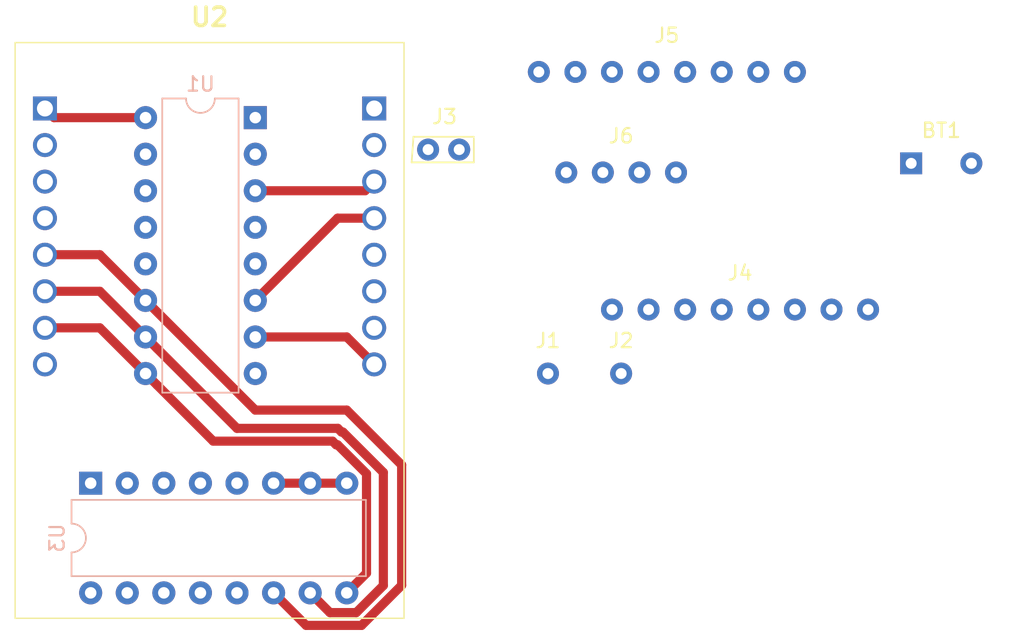
<source format=kicad_pcb>
(kicad_pcb (version 20171130) (host pcbnew "(5.1.4)-1")

  (general
    (thickness 1.6)
    (drawings 0)
    (tracks 40)
    (zones 0)
    (modules 10)
    (nets 30)
  )

  (page A4)
  (layers
    (0 F.Cu signal)
    (31 B.Cu signal)
    (32 B.Adhes user)
    (33 F.Adhes user)
    (34 B.Paste user)
    (35 F.Paste user)
    (36 B.SilkS user)
    (37 F.SilkS user)
    (38 B.Mask user)
    (39 F.Mask user)
    (40 Dwgs.User user)
    (41 Cmts.User user)
    (42 Eco1.User user)
    (43 Eco2.User user)
    (44 Edge.Cuts user)
    (45 Margin user)
    (46 B.CrtYd user)
    (47 F.CrtYd user)
    (48 B.Fab user)
    (49 F.Fab user)
  )

  (setup
    (last_trace_width 0.635)
    (trace_clearance 0.254)
    (zone_clearance 0.381)
    (zone_45_only no)
    (trace_min 0.381)
    (via_size 0.8)
    (via_drill 0.4)
    (via_min_size 0.635)
    (via_min_drill 0.3)
    (uvia_size 0.3)
    (uvia_drill 0.1)
    (uvias_allowed no)
    (uvia_min_size 0.2)
    (uvia_min_drill 0.1)
    (edge_width 0.05)
    (segment_width 0.2)
    (pcb_text_width 0.3)
    (pcb_text_size 1.5 1.5)
    (mod_edge_width 0.12)
    (mod_text_size 1 1)
    (mod_text_width 0.15)
    (pad_size 1.524 1.524)
    (pad_drill 0.762)
    (pad_to_mask_clearance 0.051)
    (solder_mask_min_width 0.25)
    (aux_axis_origin 0 0)
    (visible_elements 7FFFF7FF)
    (pcbplotparams
      (layerselection 0x010fc_ffffffff)
      (usegerberextensions false)
      (usegerberattributes false)
      (usegerberadvancedattributes false)
      (creategerberjobfile false)
      (excludeedgelayer true)
      (linewidth 0.100000)
      (plotframeref false)
      (viasonmask false)
      (mode 1)
      (useauxorigin false)
      (hpglpennumber 1)
      (hpglpenspeed 20)
      (hpglpendiameter 15.000000)
      (psnegative false)
      (psa4output false)
      (plotreference true)
      (plotvalue true)
      (plotinvisibletext false)
      (padsonsilk false)
      (subtractmaskfromsilk false)
      (outputformat 1)
      (mirror false)
      (drillshape 1)
      (scaleselection 1)
      (outputdirectory ""))
  )

  (net 0 "")
  (net 1 GND)
  (net 2 +3V3)
  (net 3 "Net-(J3-Pad1)")
  (net 4 "Net-(J4-Pad2)")
  (net 5 "Net-(J4-Pad1)")
  (net 6 "Net-(J5-Pad1)")
  (net 7 "Net-(J5-Pad2)")
  (net 8 "Net-(J5-Pad3)")
  (net 9 "Net-(J5-Pad8)")
  (net 10 "Net-(J5-Pad7)")
  (net 11 "Net-(J5-Pad6)")
  (net 12 "Net-(J5-Pad4)")
  (net 13 "Net-(J5-Pad5)")
  (net 14 +5V)
  (net 15 "Net-(J1-Pad1)")
  (net 16 "Net-(J3-Pad2)")
  (net 17 "Net-(J4-Pad3)")
  (net 18 "Net-(J4-Pad8)")
  (net 19 "Net-(J4-Pad7)")
  (net 20 "Net-(J4-Pad6)")
  (net 21 "Net-(J4-Pad4)")
  (net 22 "Net-(J4-Pad5)")
  (net 23 /displayCLA)
  (net 24 /displaySDA)
  (net 25 /selectC)
  (net 26 /selectB)
  (net 27 /selectA)
  (net 28 /echoSignal)
  (net 29 /enable)

  (net_class Default "This is the default net class."
    (clearance 0.254)
    (trace_width 0.635)
    (via_dia 0.8)
    (via_drill 0.4)
    (uvia_dia 0.3)
    (uvia_drill 0.1)
    (diff_pair_width 0.381)
    (diff_pair_gap 0.254)
    (add_net +3V3)
    (add_net +5V)
    (add_net /displayCLA)
    (add_net /displaySDA)
    (add_net /echoSignal)
    (add_net /enable)
    (add_net /selectA)
    (add_net /selectB)
    (add_net /selectC)
    (add_net GND)
    (add_net "Net-(J1-Pad1)")
    (add_net "Net-(J3-Pad1)")
    (add_net "Net-(J3-Pad2)")
    (add_net "Net-(J4-Pad1)")
    (add_net "Net-(J4-Pad2)")
    (add_net "Net-(J4-Pad3)")
    (add_net "Net-(J4-Pad4)")
    (add_net "Net-(J4-Pad5)")
    (add_net "Net-(J4-Pad6)")
    (add_net "Net-(J4-Pad7)")
    (add_net "Net-(J4-Pad8)")
    (add_net "Net-(J5-Pad1)")
    (add_net "Net-(J5-Pad2)")
    (add_net "Net-(J5-Pad3)")
    (add_net "Net-(J5-Pad4)")
    (add_net "Net-(J5-Pad5)")
    (add_net "Net-(J5-Pad6)")
    (add_net "Net-(J5-Pad7)")
    (add_net "Net-(J5-Pad8)")
    (add_net "Net-(U2-Pad13)")
  )

  (module Package_DIP:DIP-16_W7.62mm (layer B.Cu) (tedit 5A02E8C5) (tstamp 5E5A3150)
    (at 85.725 95.885 270)
    (descr "16-lead though-hole mounted DIP package, row spacing 7.62 mm (300 mils)")
    (tags "THT DIP DIL PDIP 2.54mm 7.62mm 300mil")
    (path /5E5EBB8C)
    (fp_text reference U3 (at 3.81 2.33 270) (layer B.SilkS)
      (effects (font (size 1 1) (thickness 0.15)) (justify mirror))
    )
    (fp_text value CD4051B (at 3.81 -20.11 270) (layer B.Fab)
      (effects (font (size 1 1) (thickness 0.15)) (justify mirror))
    )
    (fp_text user %R (at 3.81 -8.89 270) (layer B.Fab)
      (effects (font (size 1 1) (thickness 0.15)) (justify mirror))
    )
    (fp_line (start 8.7 1.55) (end -1.1 1.55) (layer B.CrtYd) (width 0.05))
    (fp_line (start 8.7 -19.3) (end 8.7 1.55) (layer B.CrtYd) (width 0.05))
    (fp_line (start -1.1 -19.3) (end 8.7 -19.3) (layer B.CrtYd) (width 0.05))
    (fp_line (start -1.1 1.55) (end -1.1 -19.3) (layer B.CrtYd) (width 0.05))
    (fp_line (start 6.46 1.33) (end 4.81 1.33) (layer B.SilkS) (width 0.12))
    (fp_line (start 6.46 -19.11) (end 6.46 1.33) (layer B.SilkS) (width 0.12))
    (fp_line (start 1.16 -19.11) (end 6.46 -19.11) (layer B.SilkS) (width 0.12))
    (fp_line (start 1.16 1.33) (end 1.16 -19.11) (layer B.SilkS) (width 0.12))
    (fp_line (start 2.81 1.33) (end 1.16 1.33) (layer B.SilkS) (width 0.12))
    (fp_line (start 0.635 0.27) (end 1.635 1.27) (layer B.Fab) (width 0.1))
    (fp_line (start 0.635 -19.05) (end 0.635 0.27) (layer B.Fab) (width 0.1))
    (fp_line (start 6.985 -19.05) (end 0.635 -19.05) (layer B.Fab) (width 0.1))
    (fp_line (start 6.985 1.27) (end 6.985 -19.05) (layer B.Fab) (width 0.1))
    (fp_line (start 1.635 1.27) (end 6.985 1.27) (layer B.Fab) (width 0.1))
    (fp_arc (start 3.81 1.33) (end 2.81 1.33) (angle 180) (layer B.SilkS) (width 0.12))
    (pad 16 thru_hole oval (at 7.62 0 270) (size 1.6 1.6) (drill 0.8) (layers *.Cu *.Mask)
      (net 14 +5V))
    (pad 8 thru_hole oval (at 0 -17.78 270) (size 1.6 1.6) (drill 0.8) (layers *.Cu *.Mask)
      (net 1 GND))
    (pad 15 thru_hole oval (at 7.62 -2.54 270) (size 1.6 1.6) (drill 0.8) (layers *.Cu *.Mask)
      (net 8 "Net-(J5-Pad3)"))
    (pad 7 thru_hole oval (at 0 -15.24 270) (size 1.6 1.6) (drill 0.8) (layers *.Cu *.Mask)
      (net 1 GND))
    (pad 14 thru_hole oval (at 7.62 -5.08 270) (size 1.6 1.6) (drill 0.8) (layers *.Cu *.Mask)
      (net 7 "Net-(J5-Pad2)"))
    (pad 6 thru_hole oval (at 0 -12.7 270) (size 1.6 1.6) (drill 0.8) (layers *.Cu *.Mask)
      (net 1 GND))
    (pad 13 thru_hole oval (at 7.62 -7.62 270) (size 1.6 1.6) (drill 0.8) (layers *.Cu *.Mask)
      (net 6 "Net-(J5-Pad1)"))
    (pad 5 thru_hole oval (at 0 -10.16 270) (size 1.6 1.6) (drill 0.8) (layers *.Cu *.Mask)
      (net 11 "Net-(J5-Pad6)"))
    (pad 12 thru_hole oval (at 7.62 -10.16 270) (size 1.6 1.6) (drill 0.8) (layers *.Cu *.Mask)
      (net 12 "Net-(J5-Pad4)"))
    (pad 4 thru_hole oval (at 0 -7.62 270) (size 1.6 1.6) (drill 0.8) (layers *.Cu *.Mask)
      (net 9 "Net-(J5-Pad8)"))
    (pad 11 thru_hole oval (at 7.62 -12.7 270) (size 1.6 1.6) (drill 0.8) (layers *.Cu *.Mask)
      (net 27 /selectA))
    (pad 3 thru_hole oval (at 0 -5.08 270) (size 1.6 1.6) (drill 0.8) (layers *.Cu *.Mask)
      (net 28 /echoSignal))
    (pad 10 thru_hole oval (at 7.62 -15.24 270) (size 1.6 1.6) (drill 0.8) (layers *.Cu *.Mask)
      (net 26 /selectB))
    (pad 2 thru_hole oval (at 0 -2.54 270) (size 1.6 1.6) (drill 0.8) (layers *.Cu *.Mask)
      (net 10 "Net-(J5-Pad7)"))
    (pad 9 thru_hole oval (at 7.62 -17.78 270) (size 1.6 1.6) (drill 0.8) (layers *.Cu *.Mask)
      (net 25 /selectC))
    (pad 1 thru_hole rect (at 0 0 270) (size 1.6 1.6) (drill 0.8) (layers *.Cu *.Mask)
      (net 13 "Net-(J5-Pad5)"))
    (model ${KISYS3DMOD}/Package_DIP.3dshapes/DIP-16_W7.62mm.wrl
      (at (xyz 0 0 0))
      (scale (xyz 1 1 1))
      (rotate (xyz 0 0 0))
    )
  )

  (module "PCB Design:conn_01x02" (layer F.Cu) (tedit 5E4A34F3) (tstamp 5E5A3B46)
    (at 110.296001 72.704001)
    (path /5E5D3631)
    (fp_text reference J3 (at 0 -2.286) (layer F.SilkS)
      (effects (font (size 1 1) (thickness 0.15)))
    )
    (fp_text value RX/TX (at 0 2.2225) (layer F.Fab)
      (effects (font (size 1 1) (thickness 0.15)))
    )
    (fp_line (start 2.032 0.889) (end 2.032 -0.762) (layer F.SilkS) (width 0.12))
    (fp_line (start -2.286 0.889) (end 2.032 0.889) (layer F.SilkS) (width 0.12))
    (fp_line (start -2.159 -0.889) (end -2.286 0.889) (layer F.SilkS) (width 0.12))
    (fp_line (start 2.032 -0.889) (end -2.159 -0.889) (layer F.SilkS) (width 0.12))
    (pad 2 thru_hole circle (at 1.016 0) (size 1.524 1.524) (drill 0.762) (layers *.Cu *.Mask)
      (net 16 "Net-(J3-Pad2)"))
    (pad 1 thru_hole circle (at -1.143 0) (size 1.524 1.524) (drill 0.762) (layers *.Cu *.Mask)
      (net 3 "Net-(J3-Pad1)"))
  )

  (module "PCB Design:conn_01x01" (layer F.Cu) (tedit 5E49D133) (tstamp 5E5A30A9)
    (at 117.475 88.265)
    (path /5E5D3625)
    (fp_text reference J1 (at 0 -2.286) (layer F.SilkS)
      (effects (font (size 1 1) (thickness 0.15)))
    )
    (fp_text value DHT11 (at 0 2.2225) (layer F.Fab)
      (effects (font (size 1 1) (thickness 0.15)))
    )
    (fp_line (start 1.016 1.016) (end 1.016 -1.016) (layer F.Fab) (width 0.12))
    (fp_line (start -1.016 1.016) (end 1.016 1.016) (layer F.Fab) (width 0.12))
    (fp_line (start -1.016 -1.016) (end -1.016 1.016) (layer F.Fab) (width 0.12))
    (fp_line (start 1.016 -1.016) (end -1.016 -1.016) (layer F.Fab) (width 0.12))
    (pad 1 thru_hole circle (at 0 0) (size 1.524 1.524) (drill 0.762) (layers *.Cu *.Mask)
      (net 15 "Net-(J1-Pad1)"))
  )

  (module "PCB Design:conn_01x01" (layer F.Cu) (tedit 5E49D133) (tstamp 5E5A30B2)
    (at 122.555 88.265)
    (path /5E5D3644)
    (fp_text reference J2 (at 0 -2.286) (layer F.SilkS)
      (effects (font (size 1 1) (thickness 0.15)))
    )
    (fp_text value "3..3V Out" (at 0 2.2225) (layer F.Fab)
      (effects (font (size 1 1) (thickness 0.15)))
    )
    (fp_line (start 1.016 1.016) (end 1.016 -1.016) (layer F.Fab) (width 0.12))
    (fp_line (start -1.016 1.016) (end 1.016 1.016) (layer F.Fab) (width 0.12))
    (fp_line (start -1.016 -1.016) (end -1.016 1.016) (layer F.Fab) (width 0.12))
    (fp_line (start 1.016 -1.016) (end -1.016 -1.016) (layer F.Fab) (width 0.12))
    (pad 1 thru_hole circle (at 0 0) (size 1.524 1.524) (drill 0.762) (layers *.Cu *.Mask)
      (net 2 +3V3))
  )

  (module "PCB Design:conn_01x08" (layer F.Cu) (tedit 5E4A13B9) (tstamp 5E5A32E1)
    (at 130.81 83.82)
    (path /5E5D366A)
    (fp_text reference J4 (at 0 -2.54) (layer F.SilkS)
      (effects (font (size 1 1) (thickness 0.15)))
    )
    (fp_text value TrigSendPins (at 0 2.54) (layer F.Fab)
      (effects (font (size 1 1) (thickness 0.15)))
    )
    (fp_line (start 10.16 1.27) (end 10.16 -1.27) (layer F.Fab) (width 0.12))
    (fp_line (start -10.16 1.27) (end 10.16 1.27) (layer F.Fab) (width 0.12))
    (fp_line (start -10.16 -1.27) (end -10.16 1.27) (layer F.Fab) (width 0.12))
    (fp_line (start 10.16 -1.27) (end -10.16 -1.27) (layer F.Fab) (width 0.12))
    (pad 1 thru_hole circle (at -8.89 0) (size 1.524 1.524) (drill 0.762) (layers *.Cu *.Mask)
      (net 5 "Net-(J4-Pad1)"))
    (pad 2 thru_hole circle (at -6.35 0) (size 1.524 1.524) (drill 0.762) (layers *.Cu *.Mask)
      (net 4 "Net-(J4-Pad2)"))
    (pad 3 thru_hole circle (at -3.81 0) (size 1.524 1.524) (drill 0.762) (layers *.Cu *.Mask)
      (net 17 "Net-(J4-Pad3)"))
    (pad 8 thru_hole circle (at 8.89 0) (size 1.524 1.524) (drill 0.762) (layers *.Cu *.Mask)
      (net 18 "Net-(J4-Pad8)"))
    (pad 7 thru_hole circle (at 6.35 0) (size 1.524 1.524) (drill 0.762) (layers *.Cu *.Mask)
      (net 19 "Net-(J4-Pad7)"))
    (pad 6 thru_hole circle (at 3.81 0) (size 1.524 1.524) (drill 0.762) (layers *.Cu *.Mask)
      (net 20 "Net-(J4-Pad6)"))
    (pad 4 thru_hole circle (at -1.27 0) (size 1.524 1.524) (drill 0.762) (layers *.Cu *.Mask)
      (net 21 "Net-(J4-Pad4)"))
    (pad 5 thru_hole circle (at 1.27 0) (size 1.524 1.524) (drill 0.762) (layers *.Cu *.Mask)
      (net 22 "Net-(J4-Pad5)"))
  )

  (module "PCB Design:ESP32CAM" (layer F.Cu) (tedit 5E4A1CA7) (tstamp 5E5A312C)
    (at 93.98 83.82)
    (descr ESP32-CAM-2)
    (tags "Integrated Circuit")
    (path /5E5D364B)
    (fp_text reference U2 (at 0 -20.32) (layer F.SilkS)
      (effects (font (size 1.27 1.27) (thickness 0.254)))
    )
    (fp_text value ESP32-CAM (at 0 24.13) (layer F.SilkS) hide
      (effects (font (size 1.27 1.27) (thickness 0.254)))
    )
    (fp_line (start -13.5 21.45) (end 13.5 21.45) (layer F.Fab) (width 0.2))
    (fp_line (start 13.5 21.45) (end 13.5 -18.55) (layer F.Fab) (width 0.2))
    (fp_line (start 13.5 -18.55) (end -13.5 -18.55) (layer F.Fab) (width 0.2))
    (fp_line (start -13.5 -18.55) (end -13.5 21.45) (layer F.Fab) (width 0.2))
    (fp_line (start -13.5 21.45) (end 13.5 21.45) (layer F.SilkS) (width 0.1))
    (fp_line (start 13.5 21.45) (end 13.5 -18.55) (layer F.SilkS) (width 0.1))
    (fp_line (start 13.5 -18.55) (end -13.5 -18.55) (layer F.SilkS) (width 0.1))
    (fp_line (start -13.5 -18.55) (end -13.5 21.45) (layer F.SilkS) (width 0.1))
    (fp_line (start -14.5 22.45) (end 14.5 22.45) (layer F.CrtYd) (width 0.1))
    (fp_line (start 14.5 22.45) (end 14.5 -19.55) (layer F.CrtYd) (width 0.1))
    (fp_line (start 14.5 -19.55) (end -14.5 -19.55) (layer F.CrtYd) (width 0.1))
    (fp_line (start -14.5 -19.55) (end -14.5 22.45) (layer F.CrtYd) (width 0.1))
    (pad 1 thru_hole circle (at -11.43 3.81) (size 1.665 1.665) (drill 1.11) (layers *.Cu *.Mask)
      (net 15 "Net-(J1-Pad1)"))
    (pad 2 thru_hole circle (at -11.43 1.27) (size 1.665 1.665) (drill 1.11) (layers *.Cu *.Mask)
      (net 25 /selectC))
    (pad 3 thru_hole circle (at -11.43 -1.27) (size 1.665 1.665) (drill 1.11) (layers *.Cu *.Mask)
      (net 26 /selectB))
    (pad 4 thru_hole circle (at -11.43 -3.81) (size 1.665 1.665) (drill 1.11) (layers *.Cu *.Mask)
      (net 27 /selectA))
    (pad 5 thru_hole circle (at -11.43 -6.35) (size 1.665 1.665) (drill 1.11) (layers *.Cu *.Mask)
      (net 24 /displaySDA))
    (pad 6 thru_hole circle (at -11.43 -8.89) (size 1.665 1.665) (drill 1.11) (layers *.Cu *.Mask)
      (net 23 /displayCLA))
    (pad 7 thru_hole circle (at -11.43 -11.43) (size 1.665 1.665) (drill 1.11) (layers *.Cu *.Mask)
      (net 1 GND))
    (pad 8 thru_hole rect (at -11.43 -13.97) (size 1.665 1.665) (drill 1.11) (layers *.Cu *.Mask)
      (net 14 +5V))
    (pad 9 thru_hole rect (at 11.43 -13.97) (size 1.665 1.665) (drill 1.11) (layers *.Cu *.Mask)
      (net 2 +3V3))
    (pad 10 thru_hole circle (at 11.43 -11.43) (size 1.665 1.665) (drill 1.11) (layers *.Cu *.Mask)
      (net 28 /echoSignal))
    (pad 11 thru_hole circle (at 11.43 -8.89) (size 1.665 1.665) (drill 1.11) (layers *.Cu *.Mask)
      (net 29 /enable))
    (pad 12 thru_hole circle (at 11.43 -6.35) (size 1.665 1.665) (drill 1.11) (layers *.Cu *.Mask)
      (net 1 GND))
    (pad 13 thru_hole circle (at 11.43 -3.81) (size 1.665 1.665) (drill 1.11) (layers *.Cu *.Mask))
    (pad 14 thru_hole circle (at 11.43 -1.27) (size 1.665 1.665) (drill 1.11) (layers *.Cu *.Mask)
      (net 3 "Net-(J3-Pad1)"))
    (pad 15 thru_hole circle (at 11.43 1.27) (size 1.665 1.665) (drill 1.11) (layers *.Cu *.Mask)
      (net 16 "Net-(J3-Pad2)"))
    (pad 16 thru_hole circle (at 11.43 3.81) (size 1.665 1.665) (drill 1.11) (layers *.Cu *.Mask)
      (net 1 GND))
    (model ESP32-CAM.stp
      (at (xyz 0 0 0))
      (scale (xyz 1 1 1))
      (rotate (xyz 0 0 0))
    )
  )

  (module Package_DIP:DIP-16_W7.62mm (layer B.Cu) (tedit 5A02E8C5) (tstamp 5E5A310C)
    (at 97.155 70.485 180)
    (descr "16-lead though-hole mounted DIP package, row spacing 7.62 mm (300 mils)")
    (tags "THT DIP DIL PDIP 2.54mm 7.62mm 300mil")
    (path /5E5E0105)
    (fp_text reference U1 (at 3.81 2.33) (layer B.SilkS)
      (effects (font (size 1 1) (thickness 0.15)) (justify mirror))
    )
    (fp_text value CD4051B (at 3.81 -20.11) (layer B.Fab)
      (effects (font (size 1 1) (thickness 0.15)) (justify mirror))
    )
    (fp_text user %R (at 3.81 -8.89) (layer B.Fab)
      (effects (font (size 1 1) (thickness 0.15)) (justify mirror))
    )
    (fp_line (start 8.7 1.55) (end -1.1 1.55) (layer B.CrtYd) (width 0.05))
    (fp_line (start 8.7 -19.3) (end 8.7 1.55) (layer B.CrtYd) (width 0.05))
    (fp_line (start -1.1 -19.3) (end 8.7 -19.3) (layer B.CrtYd) (width 0.05))
    (fp_line (start -1.1 1.55) (end -1.1 -19.3) (layer B.CrtYd) (width 0.05))
    (fp_line (start 6.46 1.33) (end 4.81 1.33) (layer B.SilkS) (width 0.12))
    (fp_line (start 6.46 -19.11) (end 6.46 1.33) (layer B.SilkS) (width 0.12))
    (fp_line (start 1.16 -19.11) (end 6.46 -19.11) (layer B.SilkS) (width 0.12))
    (fp_line (start 1.16 1.33) (end 1.16 -19.11) (layer B.SilkS) (width 0.12))
    (fp_line (start 2.81 1.33) (end 1.16 1.33) (layer B.SilkS) (width 0.12))
    (fp_line (start 0.635 0.27) (end 1.635 1.27) (layer B.Fab) (width 0.1))
    (fp_line (start 0.635 -19.05) (end 0.635 0.27) (layer B.Fab) (width 0.1))
    (fp_line (start 6.985 -19.05) (end 0.635 -19.05) (layer B.Fab) (width 0.1))
    (fp_line (start 6.985 1.27) (end 6.985 -19.05) (layer B.Fab) (width 0.1))
    (fp_line (start 1.635 1.27) (end 6.985 1.27) (layer B.Fab) (width 0.1))
    (fp_arc (start 3.81 1.33) (end 2.81 1.33) (angle 180) (layer B.SilkS) (width 0.12))
    (pad 16 thru_hole oval (at 7.62 0 180) (size 1.6 1.6) (drill 0.8) (layers *.Cu *.Mask)
      (net 14 +5V))
    (pad 8 thru_hole oval (at 0 -17.78 180) (size 1.6 1.6) (drill 0.8) (layers *.Cu *.Mask)
      (net 1 GND))
    (pad 15 thru_hole oval (at 7.62 -2.54 180) (size 1.6 1.6) (drill 0.8) (layers *.Cu *.Mask)
      (net 17 "Net-(J4-Pad3)"))
    (pad 7 thru_hole oval (at 0 -15.24 180) (size 1.6 1.6) (drill 0.8) (layers *.Cu *.Mask)
      (net 1 GND))
    (pad 14 thru_hole oval (at 7.62 -5.08 180) (size 1.6 1.6) (drill 0.8) (layers *.Cu *.Mask)
      (net 4 "Net-(J4-Pad2)"))
    (pad 6 thru_hole oval (at 0 -12.7 180) (size 1.6 1.6) (drill 0.8) (layers *.Cu *.Mask)
      (net 1 GND))
    (pad 13 thru_hole oval (at 7.62 -7.62 180) (size 1.6 1.6) (drill 0.8) (layers *.Cu *.Mask)
      (net 5 "Net-(J4-Pad1)"))
    (pad 5 thru_hole oval (at 0 -10.16 180) (size 1.6 1.6) (drill 0.8) (layers *.Cu *.Mask)
      (net 20 "Net-(J4-Pad6)"))
    (pad 12 thru_hole oval (at 7.62 -10.16 180) (size 1.6 1.6) (drill 0.8) (layers *.Cu *.Mask)
      (net 21 "Net-(J4-Pad4)"))
    (pad 4 thru_hole oval (at 0 -7.62 180) (size 1.6 1.6) (drill 0.8) (layers *.Cu *.Mask)
      (net 18 "Net-(J4-Pad8)"))
    (pad 11 thru_hole oval (at 7.62 -12.7 180) (size 1.6 1.6) (drill 0.8) (layers *.Cu *.Mask)
      (net 27 /selectA))
    (pad 3 thru_hole oval (at 0 -5.08 180) (size 1.6 1.6) (drill 0.8) (layers *.Cu *.Mask)
      (net 29 /enable))
    (pad 10 thru_hole oval (at 7.62 -15.24 180) (size 1.6 1.6) (drill 0.8) (layers *.Cu *.Mask)
      (net 26 /selectB))
    (pad 2 thru_hole oval (at 0 -2.54 180) (size 1.6 1.6) (drill 0.8) (layers *.Cu *.Mask)
      (net 19 "Net-(J4-Pad7)"))
    (pad 9 thru_hole oval (at 7.62 -17.78 180) (size 1.6 1.6) (drill 0.8) (layers *.Cu *.Mask)
      (net 25 /selectC))
    (pad 1 thru_hole rect (at 0 0 180) (size 1.6 1.6) (drill 0.8) (layers *.Cu *.Mask)
      (net 22 "Net-(J4-Pad5)"))
    (model ${KISYS3DMOD}/Package_DIP.3dshapes/DIP-16_W7.62mm.wrl
      (at (xyz 0 0 0))
      (scale (xyz 1 1 1))
      (rotate (xyz 0 0 0))
    )
  )

  (module "PCB Design:conn_01x04" (layer F.Cu) (tedit 5E4A16BC) (tstamp 5E5A40BC)
    (at 122.555 74.295)
    (path /5E5D3657)
    (fp_text reference J6 (at 0 -2.54) (layer F.SilkS)
      (effects (font (size 1 1) (thickness 0.15)))
    )
    (fp_text value Conn_01x04 (at 0 2.54) (layer F.Fab)
      (effects (font (size 1 1) (thickness 0.15)))
    )
    (fp_line (start 5.08 1.27) (end 5.08 -1.27) (layer F.Fab) (width 0.12))
    (fp_line (start -5.08 1.27) (end 5.08 1.27) (layer F.Fab) (width 0.12))
    (fp_line (start -5.08 -1.27) (end -5.08 1.27) (layer F.Fab) (width 0.12))
    (fp_line (start 5.08 -1.27) (end -5.08 -1.27) (layer F.Fab) (width 0.12))
    (pad 1 thru_hole circle (at -3.81 0) (size 1.524 1.524) (drill 0.762) (layers *.Cu *.Mask)
      (net 14 +5V))
    (pad 2 thru_hole circle (at -1.27 0) (size 1.524 1.524) (drill 0.762) (layers *.Cu *.Mask)
      (net 1 GND))
    (pad 3 thru_hole circle (at 1.27 0) (size 1.524 1.524) (drill 0.762) (layers *.Cu *.Mask)
      (net 23 /displayCLA))
    (pad 4 thru_hole circle (at 3.81 0) (size 1.524 1.524) (drill 0.762) (layers *.Cu *.Mask)
      (net 24 /displaySDA))
  )

  (module "PCB Design:conn_01x08" (layer F.Cu) (tedit 5E4A13B9) (tstamp 5E5A30DC)
    (at 125.73 67.31)
    (path /5E5D363E)
    (fp_text reference J5 (at 0 -2.54) (layer F.SilkS)
      (effects (font (size 1 1) (thickness 0.15)))
    )
    (fp_text value EchoReturnPins (at 0 2.54) (layer F.Fab)
      (effects (font (size 1 1) (thickness 0.15)))
    )
    (fp_line (start 10.16 1.27) (end 10.16 -1.27) (layer F.Fab) (width 0.12))
    (fp_line (start -10.16 1.27) (end 10.16 1.27) (layer F.Fab) (width 0.12))
    (fp_line (start -10.16 -1.27) (end -10.16 1.27) (layer F.Fab) (width 0.12))
    (fp_line (start 10.16 -1.27) (end -10.16 -1.27) (layer F.Fab) (width 0.12))
    (pad 1 thru_hole circle (at -8.89 0) (size 1.524 1.524) (drill 0.762) (layers *.Cu *.Mask)
      (net 6 "Net-(J5-Pad1)"))
    (pad 2 thru_hole circle (at -6.35 0) (size 1.524 1.524) (drill 0.762) (layers *.Cu *.Mask)
      (net 7 "Net-(J5-Pad2)"))
    (pad 3 thru_hole circle (at -3.81 0) (size 1.524 1.524) (drill 0.762) (layers *.Cu *.Mask)
      (net 8 "Net-(J5-Pad3)"))
    (pad 8 thru_hole circle (at 8.89 0) (size 1.524 1.524) (drill 0.762) (layers *.Cu *.Mask)
      (net 9 "Net-(J5-Pad8)"))
    (pad 7 thru_hole circle (at 6.35 0) (size 1.524 1.524) (drill 0.762) (layers *.Cu *.Mask)
      (net 10 "Net-(J5-Pad7)"))
    (pad 6 thru_hole circle (at 3.81 0) (size 1.524 1.524) (drill 0.762) (layers *.Cu *.Mask)
      (net 11 "Net-(J5-Pad6)"))
    (pad 4 thru_hole circle (at -1.27 0) (size 1.524 1.524) (drill 0.762) (layers *.Cu *.Mask)
      (net 12 "Net-(J5-Pad4)"))
    (pad 5 thru_hole circle (at 1.27 0) (size 1.524 1.524) (drill 0.762) (layers *.Cu *.Mask)
      (net 13 "Net-(J5-Pad5)"))
  )

  (module "PCB Design:conn_01x02_battery" (layer F.Cu) (tedit 5E49CE96) (tstamp 5E5A30A0)
    (at 144.78 73.66)
    (path /5E504F4C)
    (fp_text reference BT1 (at 0 -2.286) (layer F.SilkS)
      (effects (font (size 1 1) (thickness 0.15)))
    )
    (fp_text value Battery (at 0 2.2225) (layer F.Fab)
      (effects (font (size 1 1) (thickness 0.15)))
    )
    (fp_text user - (at 5.0165 -0.0635) (layer F.Fab)
      (effects (font (size 1 1) (thickness 0.15)))
    )
    (fp_text user + (at -4.826 -0.0635) (layer F.Fab)
      (effects (font (size 1 1) (thickness 0.15)))
    )
    (fp_line (start 3.81 1.27) (end 3.81 -1.27) (layer B.Fab) (width 0.12))
    (fp_line (start -3.81 1.27) (end 3.81 1.27) (layer B.Fab) (width 0.12))
    (fp_line (start -3.81 -1.27) (end -3.81 1.27) (layer B.Fab) (width 0.12))
    (fp_line (start 3.81 -1.27) (end -3.81 -1.27) (layer B.Fab) (width 0.12))
    (pad 2 thru_hole circle (at 2.09 0) (size 1.524 1.524) (drill 0.762) (layers *.Cu *.Mask)
      (net 1 GND))
    (pad 1 thru_hole rect (at -2.09 0) (size 1.524 1.524) (drill 0.762) (layers *.Cu *.Mask)
      (net 14 +5V))
  )

  (segment (start 102.87 77.47) (end 105.41 77.47) (width 0.635) (layer F.Cu) (net 1))
  (segment (start 97.155 83.185) (end 102.87 77.47) (width 0.635) (layer F.Cu) (net 1))
  (segment (start 103.505 85.725) (end 105.41 87.63) (width 0.635) (layer F.Cu) (net 1))
  (segment (start 97.155 85.725) (end 103.505 85.725) (width 0.635) (layer F.Cu) (net 1))
  (segment (start 103.505 95.885) (end 98.425 95.885) (width 0.635) (layer F.Cu) (net 1))
  (segment (start 83.185 70.485) (end 82.55 69.85) (width 0.635) (layer F.Cu) (net 14))
  (segment (start 89.535 70.485) (end 83.185 70.485) (width 0.635) (layer F.Cu) (net 14))
  (segment (start 86.36 85.09) (end 82.55 85.09) (width 0.635) (layer F.Cu) (net 25))
  (segment (start 89.535 88.265) (end 86.36 85.09) (width 0.635) (layer F.Cu) (net 25))
  (segment (start 104.876501 102.133499) (end 104.876501 95.226679) (width 0.635) (layer F.Cu) (net 25))
  (segment (start 90.334999 89.064999) (end 89.535 88.265) (width 0.635) (layer F.Cu) (net 25))
  (segment (start 104.876501 95.226679) (end 102.867844 93.218022) (width 0.635) (layer F.Cu) (net 25))
  (segment (start 102.76852 93.218022) (end 102.514509 92.964011) (width 0.635) (layer F.Cu) (net 25))
  (segment (start 102.514509 92.964011) (end 94.234011 92.964011) (width 0.635) (layer F.Cu) (net 25))
  (segment (start 102.867844 93.218022) (end 102.76852 93.218022) (width 0.635) (layer F.Cu) (net 25))
  (segment (start 103.505 103.505) (end 104.876501 102.133499) (width 0.635) (layer F.Cu) (net 25))
  (segment (start 94.234011 92.964011) (end 90.334999 89.064999) (width 0.635) (layer F.Cu) (net 25))
  (segment (start 86.36 82.55) (end 82.55 82.55) (width 0.635) (layer F.Cu) (net 26))
  (segment (start 89.535 85.725) (end 86.36 82.55) (width 0.635) (layer F.Cu) (net 26))
  (segment (start 106.045 102.994822) (end 106.045 95.137927) (width 0.635) (layer F.Cu) (net 26))
  (segment (start 90.334999 86.524999) (end 89.535 85.725) (width 0.635) (layer F.Cu) (net 26))
  (segment (start 103.13676 92.329011) (end 102.882749 92.075) (width 0.635) (layer F.Cu) (net 26))
  (segment (start 102.882749 92.075) (end 95.885 92.075) (width 0.635) (layer F.Cu) (net 26))
  (segment (start 103.236084 92.329011) (end 103.13676 92.329011) (width 0.635) (layer F.Cu) (net 26))
  (segment (start 106.045 95.137927) (end 103.236084 92.329011) (width 0.635) (layer F.Cu) (net 26))
  (segment (start 104.163321 104.876501) (end 106.045 102.994822) (width 0.635) (layer F.Cu) (net 26))
  (segment (start 100.965 103.505) (end 102.336501 104.876501) (width 0.635) (layer F.Cu) (net 26))
  (segment (start 102.336501 104.876501) (end 104.163321 104.876501) (width 0.635) (layer F.Cu) (net 26))
  (segment (start 95.885 92.075) (end 90.334999 86.524999) (width 0.635) (layer F.Cu) (net 26))
  (segment (start 86.36 80.01) (end 82.55 80.01) (width 0.635) (layer F.Cu) (net 27))
  (segment (start 89.535 83.185) (end 86.36 80.01) (width 0.635) (layer F.Cu) (net 27))
  (segment (start 100.685512 105.765512) (end 104.531561 105.765512) (width 0.635) (layer F.Cu) (net 27))
  (segment (start 97.155 90.805) (end 89.535 83.185) (width 0.635) (layer F.Cu) (net 27))
  (segment (start 98.425 103.505) (end 100.685512 105.765512) (width 0.635) (layer F.Cu) (net 27))
  (segment (start 104.531561 105.765512) (end 107.315 102.982073) (width 0.635) (layer F.Cu) (net 27))
  (segment (start 107.315 102.982073) (end 107.315 94.615) (width 0.635) (layer F.Cu) (net 27))
  (segment (start 107.315 94.615) (end 103.505 90.805) (width 0.635) (layer F.Cu) (net 27))
  (segment (start 103.505 90.805) (end 97.155 90.805) (width 0.635) (layer F.Cu) (net 27))
  (segment (start 104.775 75.565) (end 105.41 74.93) (width 0.635) (layer F.Cu) (net 29))
  (segment (start 97.155 75.565) (end 104.775 75.565) (width 0.635) (layer F.Cu) (net 29))

)

</source>
